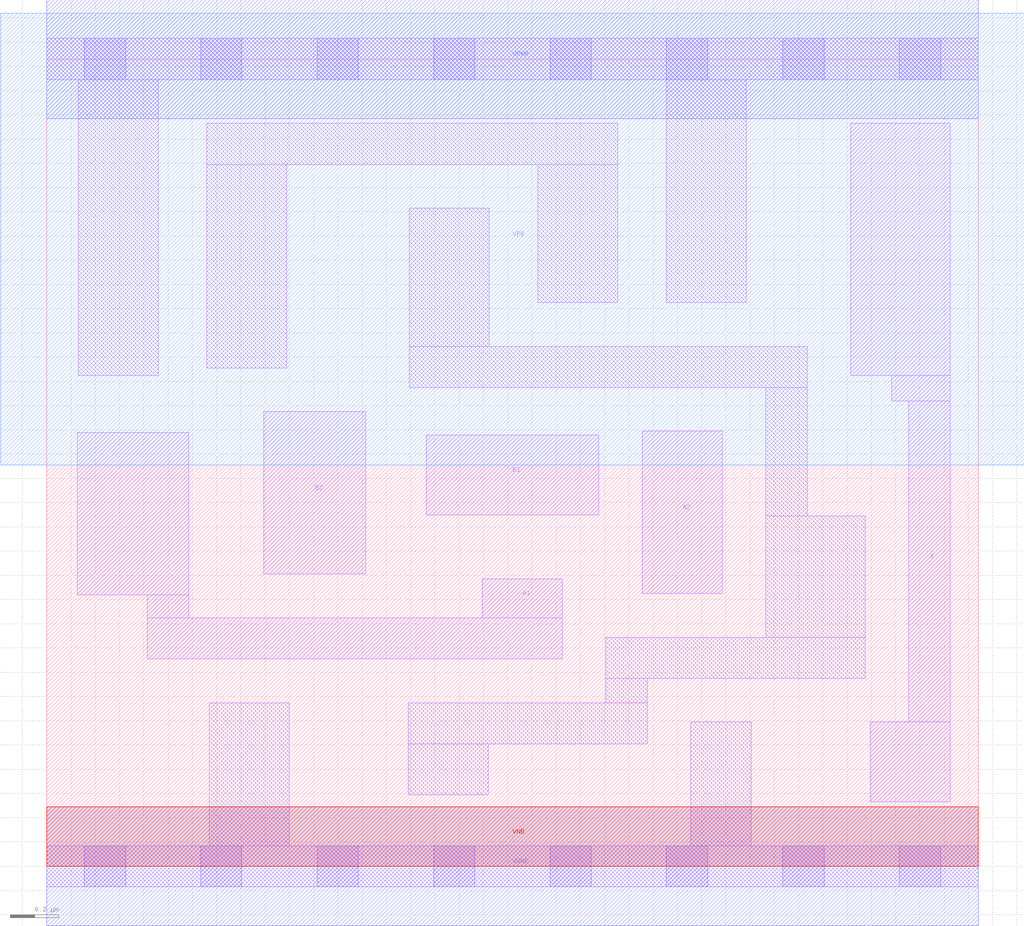
<source format=lef>
# Copyright 2020 The SkyWater PDK Authors
#
# Licensed under the Apache License, Version 2.0 (the "License");
# you may not use this file except in compliance with the License.
# You may obtain a copy of the License at
#
#     https://www.apache.org/licenses/LICENSE-2.0
#
# Unless required by applicable law or agreed to in writing, software
# distributed under the License is distributed on an "AS IS" BASIS,
# WITHOUT WARRANTIES OR CONDITIONS OF ANY KIND, either express or implied.
# See the License for the specific language governing permissions and
# limitations under the License.
#
# SPDX-License-Identifier: Apache-2.0

VERSION 5.7 ;
  NOWIREEXTENSIONATPIN ON ;
  DIVIDERCHAR "/" ;
  BUSBITCHARS "[]" ;
MACRO sky130_fd_sc_lp__a22o_lp
  CLASS CORE ;
  FOREIGN sky130_fd_sc_lp__a22o_lp ;
  ORIGIN  0.000000  0.000000 ;
  SIZE  3.840000 BY  3.330000 ;
  SYMMETRY X Y R90 ;
  SITE unit ;
  PIN A1
    ANTENNAGATEAREA  0.313000 ;
    DIRECTION INPUT ;
    USE SIGNAL ;
    PORT
      LAYER li1 ;
        RECT 0.125000 1.120000 0.585000 1.790000 ;
        RECT 0.415000 0.855000 2.125000 1.025000 ;
        RECT 0.415000 1.025000 0.585000 1.120000 ;
        RECT 1.795000 1.025000 2.125000 1.185000 ;
    END
  END A1
  PIN A2
    ANTENNAGATEAREA  0.313000 ;
    DIRECTION INPUT ;
    USE SIGNAL ;
    PORT
      LAYER li1 ;
        RECT 2.455000 1.125000 2.785000 1.795000 ;
    END
  END A2
  PIN B1
    ANTENNAGATEAREA  0.313000 ;
    DIRECTION INPUT ;
    USE SIGNAL ;
    PORT
      LAYER li1 ;
        RECT 1.565000 1.450000 2.275000 1.780000 ;
    END
  END B1
  PIN B2
    ANTENNAGATEAREA  0.313000 ;
    DIRECTION INPUT ;
    USE SIGNAL ;
    PORT
      LAYER li1 ;
        RECT 0.895000 1.205000 1.315000 1.875000 ;
    END
  END B2
  PIN X
    ANTENNADIFFAREA  0.404700 ;
    DIRECTION OUTPUT ;
    USE SIGNAL ;
    PORT
      LAYER li1 ;
        RECT 3.315000 2.025000 3.725000 3.065000 ;
        RECT 3.395000 0.265000 3.725000 0.595000 ;
        RECT 3.485000 1.920000 3.725000 2.025000 ;
        RECT 3.555000 0.595000 3.725000 1.920000 ;
    END
  END X
  PIN VGND
    DIRECTION INOUT ;
    USE GROUND ;
    PORT
      LAYER met1 ;
        RECT 0.000000 -0.245000 3.840000 0.245000 ;
    END
  END VGND
  PIN VNB
    DIRECTION INOUT ;
    USE GROUND ;
    PORT
      LAYER pwell ;
        RECT 0.000000 0.000000 3.840000 0.245000 ;
    END
  END VNB
  PIN VPB
    DIRECTION INOUT ;
    USE POWER ;
    PORT
      LAYER nwell ;
        RECT -0.190000 1.655000 4.030000 3.520000 ;
    END
  END VPB
  PIN VPWR
    DIRECTION INOUT ;
    USE POWER ;
    PORT
      LAYER met1 ;
        RECT 0.000000 3.085000 3.840000 3.575000 ;
    END
  END VPWR
  OBS
    LAYER li1 ;
      RECT 0.000000 -0.085000 3.840000 0.085000 ;
      RECT 0.000000  3.245000 3.840000 3.415000 ;
      RECT 0.130000  2.025000 0.460000 3.245000 ;
      RECT 0.660000  2.055000 0.990000 2.895000 ;
      RECT 0.660000  2.895000 2.355000 3.065000 ;
      RECT 0.670000  0.085000 1.000000 0.675000 ;
      RECT 1.490000  0.295000 1.820000 0.505000 ;
      RECT 1.490000  0.505000 2.475000 0.675000 ;
      RECT 1.495000  1.975000 3.135000 2.145000 ;
      RECT 1.495000  2.145000 1.825000 2.715000 ;
      RECT 2.025000  2.325000 2.355000 2.895000 ;
      RECT 2.305000  0.675000 2.475000 0.775000 ;
      RECT 2.305000  0.775000 3.375000 0.945000 ;
      RECT 2.555000  2.325000 2.885000 3.245000 ;
      RECT 2.655000  0.085000 2.905000 0.595000 ;
      RECT 2.965000  0.945000 3.375000 1.445000 ;
      RECT 2.965000  1.445000 3.135000 1.975000 ;
    LAYER mcon ;
      RECT 0.155000 -0.085000 0.325000 0.085000 ;
      RECT 0.155000  3.245000 0.325000 3.415000 ;
      RECT 0.635000 -0.085000 0.805000 0.085000 ;
      RECT 0.635000  3.245000 0.805000 3.415000 ;
      RECT 1.115000 -0.085000 1.285000 0.085000 ;
      RECT 1.115000  3.245000 1.285000 3.415000 ;
      RECT 1.595000 -0.085000 1.765000 0.085000 ;
      RECT 1.595000  3.245000 1.765000 3.415000 ;
      RECT 2.075000 -0.085000 2.245000 0.085000 ;
      RECT 2.075000  3.245000 2.245000 3.415000 ;
      RECT 2.555000 -0.085000 2.725000 0.085000 ;
      RECT 2.555000  3.245000 2.725000 3.415000 ;
      RECT 3.035000 -0.085000 3.205000 0.085000 ;
      RECT 3.035000  3.245000 3.205000 3.415000 ;
      RECT 3.515000 -0.085000 3.685000 0.085000 ;
      RECT 3.515000  3.245000 3.685000 3.415000 ;
  END
END sky130_fd_sc_lp__a22o_lp
END LIBRARY

</source>
